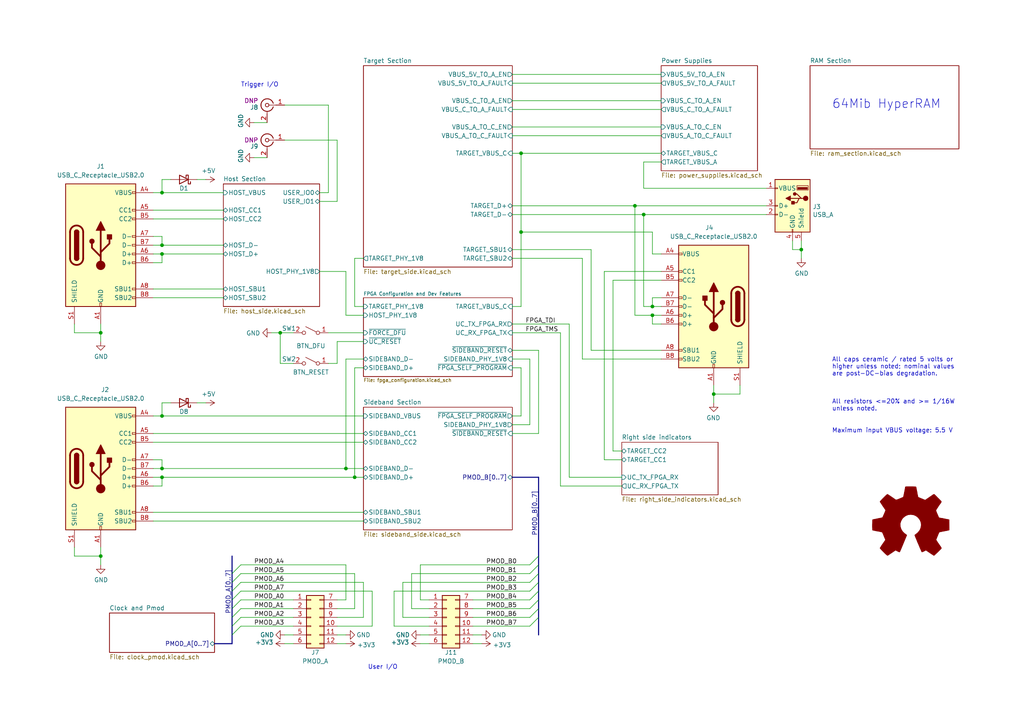
<source format=kicad_sch>
(kicad_sch (version 20211123) (generator eeschema)
  (paper "A4")
  (title_block (title "LUNA USB Multitool") (date "2021-03-10") (rev "r0") (company "Copyright 2019-2021 Great Scott Gadgets") (comment 1 "Katherine J. Temkin") (comment 3 "Licensed under the CERN-OHL-P v2"))
  (lib_symbols
    (symbol "Connector:Conn_Coaxial" (pin_names (offset 1.016) hide)
      (property "Reference" "J" (at 0.254 3.048 0))
      (property "Value" "Conn_Coaxial" (at 2.921 0 90))
      (symbol "Conn_Coaxial_0_1"
        (arc (start -1.778 -0.508) (mid 0.2311 -1.8066) (end 1.778 0) (stroke (width 0.254)))
        (polyline (pts (xy -2.54 0) (xy -0.508 0)))
        (polyline (pts (xy 0 -2.54) (xy 0 -1.778)))
        (circle (center 0 0) (radius 0.508) (stroke (width 0.2032)))
        (arc (start 1.778 0) (mid 0.2099 1.8101) (end -1.778 0.508) (stroke (width 0.254)))
      )
      (symbol "Conn_Coaxial_1_1"
        (pin passive line (at -5.08 0 0) (length 2.54) (name "In") (number "1"))
        (pin passive line (at 0 -5.08 90) (length 2.54) (name "Ext") (number "2"))
      )
    )
    (symbol "Connector:USB_A" (pin_names (offset 1.016))
      (property "Reference" "J" (at -5.08 11.43 0))
      (property "Value" "USB_A" (at -5.08 8.89 0))
      (symbol "USB_A_0_1"
        (rectangle (start -5.08 -7.62) (end 5.08 7.62) (stroke (width 0.254)) (fill (type background)))
        (circle (center -3.81 2.159) (radius 0.635) (stroke (width 0.254)) (fill (type outline)))
        (rectangle (start -1.524 4.826) (end -4.318 5.334) (fill (type outline)))
        (rectangle (start -1.27 4.572) (end -4.572 5.842))
        (circle (center -0.635 3.429) (radius 0.381) (stroke (width 0.254)) (fill (type outline)))
        (rectangle (start -0.127 -7.62) (end 0.127 -6.858))
        (polyline (pts (xy -3.175 2.159) (xy -2.54 2.159) (xy -1.27 3.429) (xy -0.635 3.429)) (stroke (width 0.254)))
        (polyline (pts (xy -2.54 2.159) (xy -1.905 2.159) (xy -1.27 0.889) (xy 0 0.889)) (stroke (width 0.254)))
        (polyline (pts (xy 0.635 2.794) (xy 0.635 1.524) (xy 1.905 2.159) (xy 0.635 2.794)) (stroke (width 0.254)) (fill (type outline)))
        (rectangle (start 0.254 1.27) (end -0.508 0.508) (stroke (width 0.254)) (fill (type outline)))
        (rectangle (start 5.08 -2.667) (end 4.318 -2.413))
        (rectangle (start 5.08 -0.127) (end 4.318 0.127))
        (rectangle (start 5.08 4.953) (end 4.318 5.207))
      )
      (symbol "USB_A_1_1"
        (polyline (pts (xy -1.905 2.159) (xy 0.635 2.159)) (stroke (width 0.254)))
        (pin power_in line (at 7.62 5.08 180) (length 2.54) (name "VBUS") (number "1"))
        (pin bidirectional line (at 7.62 -2.54 180) (length 2.54) (name "D-") (number "2"))
        (pin bidirectional line (at 7.62 0 180) (length 2.54) (name "D+") (number "3"))
        (pin power_in line (at 0 -10.16 90) (length 2.54) (name "GND") (number "4"))
        (pin passive line (at -2.54 -10.16 90) (length 2.54) (name "Shield") (number "5"))
      )
    )
    (symbol "Connector:USB_C_Receptacle_USB2.0" (pin_names (offset 1.016))
      (property "Reference" "J" (at -10.16 19.05 0))
      (property "Value" "USB_C_Receptacle_USB2.0" (at 19.05 19.05 0))
      (symbol "USB_C_Receptacle_USB2.0_0_0"
        (rectangle (start -0.254 -17.78) (end 0.254 -16.764))
        (rectangle (start 10.16 -14.986) (end 9.144 -15.494))
        (rectangle (start 10.16 -12.446) (end 9.144 -12.954))
        (rectangle (start 10.16 -4.826) (end 9.144 -5.334))
        (rectangle (start 10.16 -2.286) (end 9.144 -2.794))
        (rectangle (start 10.16 0.254) (end 9.144 -0.254))
        (rectangle (start 10.16 2.794) (end 9.144 2.286))
        (rectangle (start 10.16 7.874) (end 9.144 7.366))
        (rectangle (start 10.16 10.414) (end 9.144 9.906))
        (rectangle (start 10.16 15.494) (end 9.144 14.986))
      )
      (symbol "USB_C_Receptacle_USB2.0_0_1"
        (rectangle (start -10.16 17.78) (end 10.16 -17.78) (stroke (width 0.254)) (fill (type background)))
        (arc (start -8.89 -3.81) (mid -6.985 -5.715) (end -5.08 -3.81) (stroke (width 0.508)))
        (arc (start -7.62 -3.81) (mid -6.985 -4.445) (end -6.35 -3.81) (stroke (width 0.254)))
        (arc (start -7.62 -3.81) (mid -6.985 -4.445) (end -6.35 -3.81) (stroke (width 0.254)) (fill (type outline)))
        (rectangle (start -7.62 -3.81) (end -6.35 3.81) (stroke (width 0.254)) (fill (type outline)))
        (arc (start -6.35 3.81) (mid -6.985 4.445) (end -7.62 3.81) (stroke (width 0.254)))
        (arc (start -6.35 3.81) (mid -6.985 4.445) (end -7.62 3.81) (stroke (width 0.254)) (fill (type outline)))
        (arc (start -5.08 3.81) (mid -6.985 5.715) (end -8.89 3.81) (stroke (width 0.508)))
        (circle (center -2.54 1.143) (radius 0.635) (stroke (width 0.254)) (fill (type outline)))
        (circle (center 0 -5.842) (radius 1.27) (fill (type outline)))
        (polyline (pts (xy -8.89 -3.81) (xy -8.89 3.81)) (stroke (width 0.508)))
        (polyline (pts (xy -5.08 3.81) (xy -5.08 -3.81)) (stroke (width 0.508)))
        (polyline (pts (xy 0 -5.842) (xy 0 4.318)) (stroke (width 0.508)))
        (polyline (pts (xy 0 -3.302) (xy -2.54 -0.762) (xy -2.54 0.508)) (stroke (width 0.508)))
        (polyline (pts (xy 0 -2.032) (xy 2.54 0.508) (xy 2.54 1.778)) (stroke (width 0.508)))
        (polyline (pts (xy -1.27 4.318) (xy 0 6.858) (xy 1.27 4.318) (xy -1.27 4.318)) (stroke (width 0.254)) (fill (type outline)))
        (rectangle (start 1.905 1.778) (end 3.175 3.048) (stroke (width 0.254)) (fill (type outline)))
      )
      (symbol "USB_C_Receptacle_USB2.0_1_1"
        (pin passive line (at 0 -22.86 90) (length 5.08) (name "GND") (number "A1"))
        (pin passive line (at 0 -22.86 90) (length 5.08) hide (name "GND") (number "A12"))
        (pin passive line (at 15.24 15.24 180) (length 5.08) (name "VBUS") (number "A4"))
        (pin bidirectional line (at 15.24 10.16 180) (length 5.08) (name "CC1") (number "A5"))
        (pin bidirectional line (at 15.24 -2.54 180) (length 5.08) (name "D+") (number "A6"))
        (pin bidirectional line (at 15.24 2.54 180) (length 5.08) (name "D-") (number "A7"))
        (pin bidirectional line (at 15.24 -12.7 180) (length 5.08) (name "SBU1") (number "A8"))
        (pin passive line (at 15.24 15.24 180) (length 5.08) hide (name "VBUS") (number "A9"))
        (pin passive line (at 0 -22.86 90) (length 5.08) hide (name "GND") (number "B1"))
        (pin passive line (at 0 -22.86 90) (length 5.08) hide (name "GND") (number "B12"))
        (pin passive line (at 15.24 15.24 180) (length 5.08) hide (name "VBUS") (number "B4"))
        (pin bidirectional line (at 15.24 7.62 180) (length 5.08) (name "CC2") (number "B5"))
        (pin bidirectional line (at 15.24 -5.08 180) (length 5.08) (name "D+") (number "B6"))
        (pin bidirectional line (at 15.24 0 180) (length 5.08) (name "D-") (number "B7"))
        (pin bidirectional line (at 15.24 -15.24 180) (length 5.08) (name "SBU2") (number "B8"))
        (pin passive line (at 15.24 15.24 180) (length 5.08) hide (name "VBUS") (number "B9"))
        (pin passive line (at -7.62 -22.86 90) (length 5.08) (name "SHIELD") (number "S1"))
      )
    )
    (symbol "Connector_Generic:Conn_02x06_Top_Bottom" (pin_names (offset 1.016) hide)
      (property "Reference" "J" (at 1.27 7.62 0))
      (property "Value" "Conn_02x06_Top_Bottom" (at 1.27 -10.16 0))
      (symbol "Conn_02x06_Top_Bottom_1_1"
        (rectangle (start -1.27 -7.493) (end 0 -7.747) (stroke (width 0.1524)))
        (rectangle (start -1.27 -4.953) (end 0 -5.207) (stroke (width 0.1524)))
        (rectangle (start -1.27 -2.413) (end 0 -2.667) (stroke (width 0.1524)))
        (rectangle (start -1.27 0.127) (end 0 -0.127) (stroke (width 0.1524)))
        (rectangle (start -1.27 2.667) (end 0 2.413) (stroke (width 0.1524)))
        (rectangle (start -1.27 5.207) (end 0 4.953) (stroke (width 0.1524)))
        (rectangle (start -1.27 6.35) (end 3.81 -8.89) (stroke (width 0.254)) (fill (type background)))
        (rectangle (start 3.81 -7.493) (end 2.54 -7.747) (stroke (width 0.1524)))
        (rectangle (start 3.81 -4.953) (end 2.54 -5.207) (stroke (width 0.1524)))
        (rectangle (start 3.81 -2.413) (end 2.54 -2.667) (stroke (width 0.1524)))
        (rectangle (start 3.81 0.127) (end 2.54 -0.127) (stroke (width 0.1524)))
        (rectangle (start 3.81 2.667) (end 2.54 2.413) (stroke (width 0.1524)))
        (rectangle (start 3.81 5.207) (end 2.54 4.953) (stroke (width 0.1524)))
        (pin passive line (at -5.08 5.08 0) (length 3.81) (name "Pin_1") (number "1"))
        (pin passive line (at 7.62 -2.54 180) (length 3.81) (name "Pin_10") (number "10"))
        (pin passive line (at 7.62 -5.08 180) (length 3.81) (name "Pin_11") (number "11"))
        (pin passive line (at 7.62 -7.62 180) (length 3.81) (name "Pin_12") (number "12"))
        (pin passive line (at -5.08 2.54 0) (length 3.81) (name "Pin_2") (number "2"))
        (pin passive line (at -5.08 0 0) (length 3.81) (name "Pin_3") (number "3"))
        (pin passive line (at -5.08 -2.54 0) (length 3.81) (name "Pin_4") (number "4"))
        (pin passive line (at -5.08 -5.08 0) (length 3.81) (name "Pin_5") (number "5"))
        (pin passive line (at -5.08 -7.62 0) (length 3.81) (name "Pin_6") (number "6"))
        (pin passive line (at 7.62 5.08 180) (length 3.81) (name "Pin_7") (number "7"))
        (pin passive line (at 7.62 2.54 180) (length 3.81) (name "Pin_8") (number "8"))
        (pin passive line (at 7.62 0 180) (length 3.81) (name "Pin_9") (number "9"))
      )
    )
    (symbol "Device:D_Schottky" (pin_numbers hide) (pin_names (offset 1.016) hide)
      (property "Reference" "D" (at 0 2.54 0))
      (property "Value" "D_Schottky" (at 0 -2.54 0))
      (symbol "D_Schottky_0_1"
        (polyline (pts (xy 1.27 0) (xy -1.27 0)))
        (polyline (pts (xy 1.27 1.27) (xy 1.27 -1.27) (xy -1.27 0) (xy 1.27 1.27)) (stroke (width 0.254)))
        (polyline (pts (xy -1.905 0.635) (xy -1.905 1.27) (xy -1.27 1.27) (xy -1.27 -1.27) (xy -0.635 -1.27) (xy -0.635 -0.635)) (stroke (width 0.254)))
      )
      (symbol "D_Schottky_1_1"
        (pin passive line (at -3.81 0 0) (length 2.54) (name "K") (number "1"))
        (pin passive line (at 3.81 0 180) (length 2.54) (name "A") (number "2"))
      )
    )
    (symbol "Graphic:Logo_Open_Hardware_Large" (pin_names (offset 1.016))
      (symbol "Logo_Open_Hardware_Large_1_1"
        (polyline (pts (xy 6.731 -8.7122) (xy 6.6294 -8.6614) (xy 6.35 -8.4836) (xy 5.9944 -8.255) (xy 5.5372 -7.9502) (xy 5.1054 -7.6454) (xy 4.7498 -7.4168) (xy 4.4958 -7.239) (xy 4.3942 -7.1882) (xy 4.318 -7.2136) (xy 4.1148 -7.3152) (xy 3.81 -7.4676) (xy 3.6322 -7.5692) (xy 3.3528 -7.6708) (xy 3.2258 -7.6962) (xy 3.2004 -7.6708) (xy 3.0988 -7.4676) (xy 2.9464 -7.0866) (xy 2.7178 -6.604) (xy 2.4892 -6.0452) (xy 2.2352 -5.4356) (xy 1.9558 -4.826) (xy 1.7272 -4.2164) (xy 1.4986 -3.683) (xy 1.3208 -3.2512) (xy 1.2192 -2.9464) (xy 1.1684 -2.8194) (xy 1.1938 -2.794) (xy 1.3208 -2.667) (xy 1.5748 -2.4892) (xy 2.0828 -2.0574) (xy 2.6162 -1.397) (xy 2.921 -0.6604) (xy 3.048 0.1524) (xy 2.9464 0.9144) (xy 2.6416 1.6256) (xy 2.1336 2.286) (xy 1.524 2.7686) (xy 0.8128 3.0734) (xy 0 3.175) (xy -0.762 3.0988) (xy -1.4986 2.794) (xy -2.159 2.286) (xy -2.4384 1.9812) (xy -2.8194 1.3208) (xy -3.048 0.6096) (xy -3.0734 0.4318) (xy -3.0226 -0.3556) (xy -2.794 -1.0922) (xy -2.3876 -1.7526) (xy -1.8288 -2.3114) (xy -1.7526 -2.3622) (xy -1.4732 -2.5654) (xy -1.2954 -2.6924) (xy -1.1684 -2.8194) (xy -2.159 -5.207) (xy -2.3114 -5.588) (xy -2.5908 -6.2484) (xy -2.8194 -6.8072) (xy -3.0226 -7.2644) (xy -3.1496 -7.5692) (xy -3.2258 -7.6708) (xy -3.2258 -7.6962) (xy -3.302 -7.6962) (xy -3.4798 -7.6454) (xy -3.8354 -7.4676) (xy -4.0386 -7.366) (xy -4.2926 -7.239) (xy -4.4196 -7.1882) (xy -4.5212 -7.239) (xy -4.7498 -7.3914) (xy -5.1054 -7.6454) (xy -5.5372 -7.9248) (xy -5.9436 -8.2042) (xy -6.3246 -8.4582) (xy -6.604 -8.636) (xy -6.731 -8.7122) (xy -6.7564 -8.7122) (xy -6.858 -8.636) (xy -7.0866 -8.4582) (xy -7.4168 -8.1534) (xy -7.874 -7.6962) (xy -7.9502 -7.62) (xy -8.3312 -7.239) (xy -8.636 -6.9088) (xy -8.8392 -6.6802) (xy -8.9154 -6.5786) (xy -8.9154 -6.5786) (xy -8.8392 -6.4516) (xy -8.6614 -6.1722) (xy -8.4328 -5.7912) (xy -8.128 -5.3594) (xy -7.3152 -4.191) (xy -7.7724 -3.0988) (xy -7.8994 -2.7686) (xy -8.0772 -2.3622) (xy -8.2042 -2.0828) (xy -8.255 -1.9558) (xy -8.382 -1.905) (xy -8.6614 -1.8542) (xy -9.0932 -1.7526) (xy -9.6266 -1.651) (xy -10.1092 -1.5748) (xy -10.541 -1.4732) (xy -10.8712 -1.4224) (xy -11.0236 -1.397) (xy -11.049 -1.3716) (xy -11.0744 -1.2954) (xy -11.0998 -1.143) (xy -11.0998 -0.889) (xy -11.1252 -0.4572) (xy -11.1252 0.1524) (xy -11.1252 0.2286) (xy -11.0998 0.8128) (xy -11.0998 1.27) (xy -11.0744 1.5494) (xy -11.0744 1.6764) (xy -11.0744 1.6764) (xy -10.922 1.7018) (xy -10.6172 1.778) (xy -10.16 1.8542) (xy -9.652 1.9558) (xy -9.6012 1.9812) (xy -9.0932 2.0828) (xy -8.636 2.159) (xy -8.3312 2.2352) (xy -8.2042 2.286) (xy -8.1788 2.3114) (xy -8.0772 2.5146) (xy -7.9248 2.8448) (xy -7.747 3.2512) (xy -7.5692 3.6576) (xy -7.4168 4.0386) (xy -7.3152 4.318) (xy -7.2898 4.445) (xy -7.2898 4.445) (xy -7.366 4.572) (xy -7.5438 4.826) (xy -7.7978 5.207) (xy -8.128 5.6642) (xy -8.128 5.6896) (xy -8.4328 6.1468) (xy -8.6868 6.5278) (xy -8.8392 6.7818) (xy -8.9154 6.9088) (xy -8.9154 6.9088) (xy -8.8138 7.0358) (xy -8.5852 7.2898) (xy -8.255 7.6454) (xy -7.874 8.0264) (xy -7.747 8.1534) (xy -7.3152 8.5852) (xy -7.0104 8.8646) (xy -6.8326 8.9916) (xy -6.731 9.0424) (xy -6.731 9.0424) (xy -6.604 8.9408) (xy -6.3246 8.763) (xy -5.9436 8.509) (xy -5.4864 8.2042) (xy -5.461 8.1788) (xy -5.0038 7.874) (xy -4.6482 7.62) (xy -4.3688 7.4422) (xy -4.2672 7.3914) (xy -4.2418 7.3914) (xy -4.064 7.4422) (xy -3.7338 7.5438) (xy -3.3528 7.6962) (xy -2.9464 7.874) (xy -2.5654 8.0264) (xy -2.286 8.1534) (xy -2.159 8.2296) (xy -2.159 8.2296) (xy -2.1082 8.382) (xy -2.032 8.7122) (xy -1.9304 9.1694) (xy -1.8288 9.7282) (xy -1.8034 9.8044) (xy -1.7018 10.3378) (xy -1.6256 10.7696) (xy -1.5748 11.0744) (xy -1.524 11.2014) (xy -1.4478 11.2268) (xy -1.1938 11.2522) (xy -0.8128 11.2522) (xy -0.3302 11.2522) (xy 0.1524 11.2522) (xy 0.6604 11.2522) (xy 1.0668 11.2268) (xy 1.3716 11.2014) (xy 1.4986 11.176) (xy 1.4986 11.176) (xy 1.5494 11.0236) (xy 1.6256 10.6934) (xy 1.7018 10.2108) (xy 1.8288 9.6774) (xy 1.8288 9.5758) (xy 1.9304 9.0424) (xy 2.032 8.6106) (xy 2.0828 8.3058) (xy 2.1336 8.2042) (xy 2.159 8.1788) (xy 2.3876 8.0772) (xy 2.7432 7.9248) (xy 3.175 7.747) (xy 4.191 7.3406) (xy 5.461 8.2042) (xy 5.5626 8.2804) (xy 6.0198 8.5852) (xy 6.3754 8.8392) (xy 6.6294 8.9916) (xy 6.7564 9.0424) (xy 6.7564 9.0424) (xy 6.8834 8.9408) (xy 7.1374 8.7122) (xy 7.4676 8.382) (xy 7.8486 7.9756) (xy 8.1534 7.6962) (xy 8.4836 7.3406) (xy 8.7122 7.112) (xy 8.8392 6.9596) (xy 8.8646 6.858) (xy 8.8646 6.8072) (xy 8.7884 6.6802) (xy 8.6106 6.4008) (xy 8.3312 6.0198) (xy 8.0264 5.588) (xy 7.7978 5.207) (xy 7.5184 4.8006) (xy 7.3406 4.4958) (xy 7.2898 4.3434) (xy 7.2898 4.2926) (xy 7.3914 4.0386) (xy 7.5184 3.683) (xy 7.7216 3.2258) (xy 8.1534 2.2352) (xy 8.7884 2.1082) (xy 9.1948 2.0574) (xy 9.7536 1.9304) (xy 10.2616 1.8288) (xy 11.0998 1.6764) (xy 11.1252 -1.3208) (xy 10.9982 -1.3716) (xy 10.8712 -1.397) (xy 10.5664 -1.4732) (xy 10.1346 -1.5494) (xy 9.6266 -1.651) (xy 9.1948 -1.7272) (xy 8.7376 -1.8288) (xy 8.4328 -1.8796) (xy 8.2804 -1.905) (xy 8.255 -1.9558) (xy 8.1534 -2.159) (xy 7.9756 -2.5146) (xy 7.8232 -2.921) (xy 7.6454 -3.3274) (xy 7.493 -3.7338) (xy 7.366 -4.0132) (xy 7.3406 -4.191) (xy 7.3914 -4.2926) (xy 7.5692 -4.5466) (xy 7.7978 -4.9276) (xy 8.1026 -5.3594) (xy 8.4074 -5.7912) (xy 8.6614 -6.1722) (xy 8.8138 -6.4262) (xy 8.89 -6.5532) (xy 8.8646 -6.6548) (xy 8.6868 -6.858) (xy 8.3566 -7.1882) (xy 7.874 -7.6708) (xy 7.7978 -7.747) (xy 7.3914 -8.128) (xy 7.0612 -8.4328) (xy 6.8326 -8.636) (xy 6.731 -8.7122)) (fill (type outline)))
      )
    )
    (symbol "Switch:SW_SPST" (pin_names (offset 0) hide)
      (property "Reference" "SW" (at 0 3.175 0))
      (property "Value" "SW_SPST" (at 0 -2.54 0))
      (symbol "SW_SPST_0_0"
        (circle (center -2.032 0) (radius 0.508))
        (polyline (pts (xy -1.524 0.254) (xy 1.524 1.778)))
        (circle (center 2.032 0) (radius 0.508))
      )
      (symbol "SW_SPST_1_1"
        (pin passive line (at -5.08 0 0) (length 2.54) (name "A") (number "1"))
        (pin passive line (at 5.08 0 180) (length 2.54) (name "B") (number "2"))
      )
    )
    (symbol "power:+3V3" (power) (pin_names (offset 0))
      (property "Value" "+3V3" (at 0 3.556 0))
      (symbol "+3V3_0_1"
        (polyline (pts (xy -0.762 1.27) (xy 0 2.54)))
        (polyline (pts (xy 0 0) (xy 0 2.54)))
        (polyline (pts (xy 0 2.54) (xy 0.762 1.27)))
      )
      (symbol "+3V3_1_1"
        (pin power_in line (at 0 0 90) (length 0) hide (name "+3V3") (number "1"))
      )
    )
    (symbol "power:+5V" (power) (pin_names (offset 0))
      (property "Value" "+5V" (at 0 3.556 0))
      (symbol "+5V_0_1"
        (polyline (pts (xy -0.762 1.27) (xy 0 2.54)))
        (polyline (pts (xy 0 0) (xy 0 2.54)))
        (polyline (pts (xy 0 2.54) (xy 0.762 1.27)))
      )
      (symbol "+5V_1_1"
        (pin power_in line (at 0 0 90) (length 0) hide (name "+5V") (number "1"))
      )
    )
    (symbol "power:GND" (power) (pin_names (offset 0))
      (property "Value" "GND" (at 0 -3.81 0))
      (symbol "GND_0_1"
        (polyline (pts (xy 0 0) (xy 0 -1.27) (xy 1.27 -1.27) (xy 0 -2.54) (xy -1.27 -1.27) (xy 0 -1.27)))
      )
      (symbol "GND_1_1"
        (pin power_in line (at 0 0 270) (length 0) hide (name "GND") (number "1"))
      )
    )
  )
  (junction (at 46.99 138.43))
  (junction (at 81.28 96.52))
  (junction (at 46.99 73.66))
  (junction (at 46.99 135.89))
  (junction (at 151.13 44.45))
  (junction (at 102.87 138.43))
  (junction (at 189.23 91.44))
  (junction (at 184.15 59.69))
  (junction (at 46.99 120.65))
  (junction (at 46.99 71.12))
  (junction (at 29.21 96.52))
  (junction (at 100.33 135.89))
  (junction (at 186.69 62.23))
  (junction (at 29.21 161.29))
  (junction (at 189.23 88.9))
  (junction (at 151.13 67.31))
  (junction (at 46.99 55.88))
  (junction (at 207.01 114.3))
  (junction (at 232.41 72.39))
  (bus_entry (at 156.21 179.07) (size -2.54 2.54))
  (bus_entry (at 156.21 173.99) (size -2.54 2.54))
  (bus_entry (at 67.31 179.07) (size 2.54 -2.54))
  (bus_entry (at 67.31 173.99) (size 2.54 -2.54))
  (bus_entry (at 156.21 176.53) (size -2.54 2.54))
  (bus_entry (at 67.31 168.91) (size 2.54 -2.54))
  (bus_entry (at 67.31 181.61) (size 2.54 -2.54))
  (bus_entry (at 67.31 176.53) (size 2.54 -2.54))
  (bus_entry (at 67.31 171.45) (size 2.54 -2.54))
  (bus_entry (at 67.31 166.37) (size 2.54 -2.54))
  (bus_entry (at 156.21 171.45) (size -2.54 2.54))
  (bus_entry (at 156.21 168.91) (size -2.54 2.54))
  (bus_entry (at 156.21 163.83) (size -2.54 2.54))
  (bus_entry (at 156.21 166.37) (size -2.54 2.54))
  (bus_entry (at 156.21 161.29) (size -2.54 2.54))
  (bus_entry (at 67.31 184.15) (size 2.54 -2.54))
  (wire (pts (xy 85.09 184.15) (xy 82.55 184.15)))
  (wire (pts (xy 107.95 171.45) (xy 69.85 171.45)))
  (wire (pts (xy 124.46 173.99) (xy 121.92 173.99)))
  (wire (pts (xy 95.25 105.41) (xy 97.79 105.41)))
  (wire (pts (xy 151.13 120.65) (xy 151.13 106.68)))
  (wire (pts (xy 148.59 39.37) (xy 191.77 39.37)))
  (wire (pts (xy 229.87 72.39) (xy 232.41 72.39)))
  (wire (pts (xy 85.09 181.61) (xy 69.85 181.61)))
  (bus (pts (xy 156.21 161.29) (xy 156.21 163.83)))
  (wire (pts (xy 44.45 120.65) (xy 46.99 120.65)))
  (wire (pts (xy 44.45 138.43) (xy 46.99 138.43)))
  (wire (pts (xy 177.8 130.81) (xy 180.34 130.81)))
  (wire (pts (xy 191.77 73.66) (xy 189.23 73.66)))
  (wire (pts (xy 162.56 140.97) (xy 180.34 140.97)))
  (wire (pts (xy 119.38 176.53) (xy 119.38 166.37)))
  (wire (pts (xy 151.13 106.68) (xy 148.59 106.68)))
  (bus (pts (xy 156.21 173.99) (xy 156.21 176.53)))
  (wire (pts (xy 148.59 120.65) (xy 151.13 120.65)))
  (wire (pts (xy 64.77 63.5) (xy 44.45 63.5)))
  (wire (pts (xy 100.33 104.14) (xy 100.33 135.89)))
  (bus (pts (xy 62.23 186.69) (xy 67.31 186.69)))
  (bus (pts (xy 67.31 166.37) (xy 67.31 168.91)))
  (wire (pts (xy 82.55 40.64) (xy 97.79 40.64)))
  (wire (pts (xy 151.13 67.31) (xy 151.13 44.45)))
  (bus (pts (xy 67.31 184.15) (xy 67.31 186.69)))
  (wire (pts (xy 100.33 184.15) (xy 97.79 184.15)))
  (wire (pts (xy 191.77 81.28) (xy 177.8 81.28)))
  (wire (pts (xy 148.59 59.69) (xy 184.15 59.69)))
  (wire (pts (xy 153.67 104.14) (xy 153.67 123.19)))
  (wire (pts (xy 175.26 133.35) (xy 175.26 78.74)))
  (wire (pts (xy 153.67 123.19) (xy 148.59 123.19)))
  (wire (pts (xy 46.99 71.12) (xy 44.45 71.12)))
  (wire (pts (xy 44.45 73.66) (xy 46.99 73.66)))
  (wire (pts (xy 69.85 168.91) (xy 105.41 168.91)))
  (wire (pts (xy 105.41 91.44) (xy 100.33 91.44)))
  (wire (pts (xy 97.79 186.69) (xy 100.33 186.69)))
  (bus (pts (xy 156.21 163.83) (xy 156.21 166.37)))
  (bus (pts (xy 156.21 171.45) (xy 156.21 173.99)))
  (wire (pts (xy 29.21 93.98) (xy 29.21 96.52)))
  (bus (pts (xy 67.31 176.53) (xy 67.31 179.07)))
  (wire (pts (xy 156.21 101.6) (xy 148.59 101.6)))
  (wire (pts (xy 59.69 116.84) (xy 57.15 116.84)))
  (bus (pts (xy 148.59 138.43) (xy 156.21 138.43)))
  (wire (pts (xy 180.34 133.35) (xy 175.26 133.35)))
  (wire (pts (xy 229.87 69.85) (xy 229.87 72.39)))
  (wire (pts (xy 69.85 179.07) (xy 85.09 179.07)))
  (wire (pts (xy 184.15 59.69) (xy 184.15 91.44)))
  (wire (pts (xy 49.53 116.84) (xy 46.99 116.84)))
  (wire (pts (xy 73.66 35.56) (xy 77.47 35.56)))
  (wire (pts (xy 107.95 171.45) (xy 107.95 181.61)))
  (wire (pts (xy 64.77 71.12) (xy 46.99 71.12)))
  (wire (pts (xy 100.33 135.89) (xy 105.41 135.89)))
  (wire (pts (xy 21.59 93.98) (xy 21.59 96.52)))
  (wire (pts (xy 148.59 125.73) (xy 156.21 125.73)))
  (wire (pts (xy 102.87 138.43) (xy 105.41 138.43)))
  (wire (pts (xy 124.46 176.53) (xy 119.38 176.53)))
  (wire (pts (xy 119.38 166.37) (xy 153.67 166.37)))
  (wire (pts (xy 191.77 104.14) (xy 168.91 104.14)))
  (wire (pts (xy 186.69 88.9) (xy 189.23 88.9)))
  (wire (pts (xy 92.71 78.74) (xy 100.33 78.74)))
  (wire (pts (xy 186.69 54.61) (xy 222.25 54.61)))
  (wire (pts (xy 97.79 105.41) (xy 97.79 99.06)))
  (wire (pts (xy 162.56 96.52) (xy 148.59 96.52)))
  (wire (pts (xy 69.85 163.83) (xy 100.33 163.83)))
  (bus (pts (xy 67.31 179.07) (xy 67.31 181.61)))
  (bus (pts (xy 67.31 161.29) (xy 67.31 166.37)))
  (bus (pts (xy 67.31 168.91) (xy 67.31 171.45)))
  (wire (pts (xy 165.1 93.98) (xy 165.1 138.43)))
  (wire (pts (xy 49.53 52.07) (xy 46.99 52.07)))
  (wire (pts (xy 153.67 179.07) (xy 137.16 179.07)))
  (wire (pts (xy 100.33 163.83) (xy 100.33 173.99)))
  (wire (pts (xy 191.77 36.83) (xy 148.59 36.83)))
  (wire (pts (xy 46.99 55.88) (xy 44.45 55.88)))
  (wire (pts (xy 97.79 40.64) (xy 97.79 58.42)))
  (wire (pts (xy 46.99 120.65) (xy 105.41 120.65)))
  (wire (pts (xy 46.99 76.2) (xy 46.99 73.66)))
  (wire (pts (xy 232.41 74.93) (xy 232.41 72.39)))
  (wire (pts (xy 59.69 52.07) (xy 57.15 52.07)))
  (wire (pts (xy 153.67 171.45) (xy 114.3 171.45)))
  (wire (pts (xy 168.91 104.14) (xy 168.91 74.93)))
  (wire (pts (xy 207.01 116.84) (xy 207.01 114.3)))
  (wire (pts (xy 114.3 171.45) (xy 114.3 181.61)))
  (wire (pts (xy 116.84 179.07) (xy 116.84 168.91)))
  (wire (pts (xy 46.99 68.58) (xy 46.99 71.12)))
  (wire (pts (xy 102.87 166.37) (xy 69.85 166.37)))
  (wire (pts (xy 189.23 67.31) (xy 151.13 67.31)))
  (wire (pts (xy 44.45 148.59) (xy 105.41 148.59)))
  (wire (pts (xy 191.77 88.9) (xy 189.23 88.9)))
  (wire (pts (xy 184.15 91.44) (xy 189.23 91.44)))
  (wire (pts (xy 102.87 138.43) (xy 102.87 106.68)))
  (bus (pts (xy 67.31 181.61) (xy 67.31 184.15)))
  (wire (pts (xy 162.56 140.97) (xy 162.56 96.52)))
  (wire (pts (xy 102.87 88.9) (xy 105.41 88.9)))
  (wire (pts (xy 81.28 105.41) (xy 85.09 105.41)))
  (wire (pts (xy 186.69 62.23) (xy 148.59 62.23)))
  (wire (pts (xy 105.41 96.52) (xy 95.25 96.52)))
  (wire (pts (xy 85.09 176.53) (xy 69.85 176.53)))
  (wire (pts (xy 171.45 101.6) (xy 191.77 101.6)))
  (wire (pts (xy 207.01 114.3) (xy 207.01 111.76)))
  (wire (pts (xy 165.1 138.43) (xy 180.34 138.43)))
  (wire (pts (xy 46.99 138.43) (xy 102.87 138.43)))
  (wire (pts (xy 232.41 72.39) (xy 232.41 69.85)))
  (wire (pts (xy 189.23 73.66) (xy 189.23 67.31)))
  (wire (pts (xy 29.21 161.29) (xy 21.59 161.29)))
  (wire (pts (xy 102.87 106.68) (xy 105.41 106.68)))
  (bus (pts (xy 67.31 171.45) (xy 67.31 173.99)))
  (wire (pts (xy 148.59 104.14) (xy 153.67 104.14)))
  (wire (pts (xy 100.33 78.74) (xy 100.33 91.44)))
  (wire (pts (xy 46.99 135.89) (xy 100.33 135.89)))
  (wire (pts (xy 168.91 74.93) (xy 148.59 74.93)))
  (wire (pts (xy 100.33 173.99) (xy 97.79 173.99)))
  (wire (pts (xy 97.79 99.06) (xy 105.41 99.06)))
  (wire (pts (xy 148.59 93.98) (xy 165.1 93.98)))
  (wire (pts (xy 29.21 163.83) (xy 29.21 161.29)))
  (wire (pts (xy 139.7 186.69) (xy 137.16 186.69)))
  (wire (pts (xy 64.77 55.88) (xy 46.99 55.88)))
  (wire (pts (xy 139.7 184.15) (xy 137.16 184.15)))
  (wire (pts (xy 153.67 173.99) (xy 137.16 173.99)))
  (bus (pts (xy 156.21 179.07) (xy 156.21 184.15)))
  (bus (pts (xy 156.21 166.37) (xy 156.21 168.91)))
  (wire (pts (xy 105.41 168.91) (xy 105.41 179.07)))
  (wire (pts (xy 124.46 186.69) (xy 121.92 186.69)))
  (wire (pts (xy 124.46 179.07) (xy 116.84 179.07)))
  (wire (pts (xy 105.41 151.13) (xy 44.45 151.13)))
  (wire (pts (xy 148.59 72.39) (xy 171.45 72.39)))
  (wire (pts (xy 186.69 54.61) (xy 186.69 46.99)))
  (wire (pts (xy 156.21 125.73) (xy 156.21 101.6)))
  (bus (pts (xy 156.21 168.91) (xy 156.21 171.45)))
  (wire (pts (xy 82.55 186.69) (xy 85.09 186.69)))
  (bus (pts (xy 67.31 173.99) (xy 67.31 176.53)))
  (wire (pts (xy 151.13 44.45) (xy 191.77 44.45)))
  (wire (pts (xy 46.99 133.35) (xy 46.99 135.89)))
  (wire (pts (xy 148.59 24.13) (xy 191.77 24.13)))
  (wire (pts (xy 191.77 91.44) (xy 189.23 91.44)))
  (wire (pts (xy 116.84 168.91) (xy 153.67 168.91)))
  (wire (pts (xy 97.79 181.61) (xy 107.95 181.61)))
  (wire (pts (xy 44.45 68.58) (xy 46.99 68.58)))
  (wire (pts (xy 137.16 181.61) (xy 153.67 181.61)))
  (wire (pts (xy 44.45 135.89) (xy 46.99 135.89)))
  (wire (pts (xy 151.13 88.9) (xy 148.59 88.9)))
  (wire (pts (xy 92.71 55.88) (xy 95.25 55.88)))
  (wire (pts (xy 114.3 181.61) (xy 124.46 181.61)))
  (wire (pts (xy 175.26 78.74) (xy 191.77 78.74)))
  (wire (pts (xy 95.25 55.88) (xy 95.25 30.48)))
  (wire (pts (xy 102.87 176.53) (xy 102.87 166.37)))
  (wire (pts (xy 97.79 176.53) (xy 102.87 176.53)))
  (wire (pts (xy 207.01 114.3) (xy 214.63 114.3)))
  (wire (pts (xy 102.87 88.9) (xy 102.87 74.93)))
  (wire (pts (xy 95.25 30.48) (xy 82.55 30.48)))
  (wire (pts (xy 177.8 81.28) (xy 177.8 130.81)))
  (wire (pts (xy 69.85 173.99) (xy 85.09 173.99)))
  (wire (pts (xy 186.69 46.99) (xy 191.77 46.99)))
  (wire (pts (xy 44.45 60.96) (xy 64.77 60.96)))
  (wire (pts (xy 191.77 21.59) (xy 148.59 21.59)))
  (wire (pts (xy 64.77 86.36) (xy 44.45 86.36)))
  (wire (pts (xy 189.23 91.44) (xy 189.23 93.98)))
  (wire (pts (xy 29.21 161.29) (xy 29.21 158.75)))
  (wire (pts (xy 222.25 59.69) (xy 184.15 59.69)))
  (wire (pts (xy 124.46 184.15) (xy 121.92 184.15)))
  (wire (pts (xy 46.99 140.97) (xy 44.45 140.97)))
  (wire (pts (xy 189.23 88.9) (xy 189.23 86.36)))
  (wire (pts (xy 148.59 31.75) (xy 191.77 31.75)))
  (wire (pts (xy 46.99 52.07) (xy 46.99 55.88)))
  (wire (pts (xy 46.99 138.43) (xy 46.99 140.97)))
  (wire (pts (xy 21.59 96.52) (xy 29.21 96.52)))
  (wire (pts (xy 44.45 76.2) (xy 46.99 76.2)))
  (wire (pts (xy 44.45 128.27) (xy 105.41 128.27)))
  (wire (pts (xy 46.99 73.66) (xy 64.77 73.66)))
  (wire (pts (xy 105.41 104.14) (xy 100.33 104.14)))
  (wire (pts (xy 81.28 96.52) (xy 81.28 105.41)))
  (wire (pts (xy 46.99 116.84) (xy 46.99 120.65)))
  (wire (pts (xy 44.45 133.35) (xy 46.99 133.35)))
  (wire (pts (xy 105.41 179.07) (xy 97.79 179.07)))
  (bus (pts (xy 156.21 138.43) (xy 156.21 161.29)))
  (wire (pts (xy 121.92 163.83) (xy 153.67 163.83)))
  (wire (pts (xy 21.59 161.29) (xy 21.59 158.75)))
  (wire (pts (xy 121.92 173.99) (xy 121.92 163.83)))
  (wire (pts (xy 102.87 74.93) (xy 105.41 74.93)))
  (wire (pts (xy 151.13 88.9) (xy 151.13 67.31)))
  (wire (pts (xy 73.66 45.72) (xy 77.47 45.72)))
  (wire (pts (xy 222.25 62.23) (xy 186.69 62.23)))
  (wire (pts (xy 81.28 96.52) (xy 85.09 96.52)))
  (wire (pts (xy 191.77 29.21) (xy 148.59 29.21)))
  (bus (pts (xy 156.21 176.53) (xy 156.21 179.07)))
  (wire (pts (xy 214.63 114.3) (xy 214.63 111.76)))
  (wire (pts (xy 44.45 83.82) (xy 64.77 83.82)))
  (wire (pts (xy 137.16 176.53) (xy 153.67 176.53)))
  (wire (pts (xy 189.23 93.98) (xy 191.77 93.98)))
  (wire (pts (xy 97.79 58.42) (xy 92.71 58.42)))
  (wire (pts (xy 171.45 72.39) (xy 171.45 101.6)))
  (wire (pts (xy 148.59 44.45) (xy 151.13 44.45)))
  (wire (pts (xy 44.45 125.73) (xy 105.41 125.73)))
  (wire (pts (xy 189.23 86.36) (xy 191.77 86.36)))
  (wire (pts (xy 78.74 96.52) (xy 81.28 96.52)))
  (wire (pts (xy 29.21 96.52) (xy 29.21 99.06)))
  (wire (pts (xy 186.69 62.23) (xy 186.69 88.9)))
  (text "User I/O" (at 106.68 194.31 0) (effects (font (size 1.27 1.27)) (justify left bottom)))
  (text "All caps ceramic / rated 5 volts or\nhigher unless noted; nominal values\nare post-DC-bias degradation." (at 241.3 109.22 0) (effects (font (size 1.27 1.27)) (justify left bottom)))
  (text "Trigger I/O" (at 69.85 25.4 0) (effects (font (size 1.27 1.27)) (justify left bottom)))
  (text "All resistors <=20% and >= 1/16W\nunless noted." (at 241.3 119.38 0) (effects (font (size 1.27 1.27)) (justify left bottom)))
  (text "64Mib HyperRAM" (at 241.3 31.75 0) (effects (font (size 2.54 2.54)) (justify left bottom)))
  (text "Maximum input VBUS voltage: 5.5 V" (at 241.3 125.73 0) (effects (font (size 1.27 1.27)) (justify left bottom)))
  (label "PMOD_A6" (at 73.66 168.91 0))
  (label "PMOD_B6" (at 140.97 179.07 0))
  (label "PMOD_A7" (at 73.66 171.45 0))
  (label "FPGA_TMS" (at 152.4 96.52 0))
  (label "PMOD_B0" (at 140.97 163.83 0))
  (label "PMOD_B5" (at 140.97 176.53 0))
  (label "PMOD_B7" (at 140.97 181.61 0))
  (label "PMOD_A2" (at 73.66 179.07 0))
  (label "PMOD_B1" (at 140.97 166.37 0))
  (label "PMOD_B4" (at 140.97 173.99 0))
  (label "PMOD_A1" (at 73.66 176.53 0))
  (label "PMOD_A0" (at 73.66 173.99 0))
  (label "PMOD_A3" (at 73.66 181.61 0))
  (label "PMOD_A4" (at 73.66 163.83 0))
  (label "PMOD_B3" (at 140.97 171.45 0))
  (label "PMOD_A[0..7]" (at 67.31 165.1 270))
  (label "PMOD_B2" (at 140.97 168.91 0))
  (label "FPGA_TDI" (at 152.4 93.98 0))
  (label "PMOD_B[0..7]" (at 156.21 142.24 270))
  (label "PMOD_A5" (at 73.66 166.37 0))
  (symbol (lib_id "Device:D_Schottky") (at 53.34 116.84 180) (unit 1)
    (property "Reference" "D8" (at 53.34 119.38 0))
    (property "Value" "PMEG3050EP,115" (effects hide))
    (property "Footprint" "luna:SOD128" (effects hide))
    (property "Manufacturer" "Nexperia" (effects hide))
    (property "Part Number" "PMEG3050EP,115" (effects hide))
    (property "Description" "DIODE SCHOTTKY 30V 5A SOD128" (effects hide))
  )
  (symbol (lib_id "power:+5V") (at 59.69 116.84 270) (unit 1)
    (property "Reference" "#PWR05" (effects hide))
    (property "Value" "+5V" (at 58.42 114.3 90) (effects (justify left)))
  )
  (symbol (lib_id "power:GND") (at 29.21 99.06 0) (unit 1)
    (property "Reference" "#PWR01" (effects hide))
    (property "Value" "GND" (at 29.3116 103.4288 0))
  )
  (symbol (lib_id "power:GND") (at 207.01 116.84 0) (mirror y) (unit 1)
    (property "Reference" "#PWR09" (effects hide))
    (property "Value" "GND" (at 206.9084 121.2088 0))
  )
  (symbol (lib_id "Connector:USB_A") (at 229.87 59.69 0) (mirror y) (unit 1)
    (property "Reference" "J3" (at 235.6866 59.9694 0) (effects (justify right)))
    (property "Value" "USB_A" (at 235.6866 62.2554 0) (effects (justify right)))
    (property "Footprint" "luna:USB_A_Kycon_KUSBXHT-SB-AS1N-B30-NF_Horizontal" (effects hide))
    (property "Datasheet" " ~" (effects hide))
    (property "Description" "USB A TYPE RECEPTACLE, SHORT BODY" (effects hide))
    (property "Manufacturer" "Jing Extension of the Electronic Co." (effects hide))
    (property "Part Number" "C42411" (effects hide))
    (property "Substitution" "Kycon KUSBXHT-SB-AS1N-B30-NF, Tensility 54-00015, GCT USB1125-GF-B" (effects hide))
  )
  (symbol (lib_id "power:GND") (at 232.41 74.93 0) (unit 1)
    (property "Reference" "#PWR08" (effects hide))
    (property "Value" "GND" (at 232.5116 79.2988 0))
  )
  (symbol (lib_id "Device:D_Schottky") (at 53.34 52.07 180) (unit 1)
    (property "Reference" "D1" (at 53.34 54.61 0))
    (property "Value" "PMEG3050EP,115" (effects hide))
    (property "Footprint" "luna:SOD128" (effects hide))
    (property "Manufacturer" "Nexperia" (effects hide))
    (property "Part Number" "PMEG3050EP,115" (effects hide))
    (property "Description" "DIODE SCHOTTKY 30V 5A SOD128" (effects hide))
  )
  (symbol (lib_id "Switch:SW_SPST") (at 90.17 96.52 0) (mirror y) (unit 1)
    (property "Reference" "SW1" (at 83.82 95.25 0))
    (property "Value" "BTN_DFU" (at 90.17 100.33 0))
    (property "Footprint" "luna:SW_Tactile_SPST_Angled_TC-1109DE-B-F" (effects hide))
    (property "Description" "SWITCH TACTILE SPST-NO 0.05A 12V" (effects hide))
    (property "Manufacturer" "XKB" (effects hide))
    (property "Part Number" "TC-1109DE-B-F" (effects hide))
  )
  (symbol (lib_id "power:GND") (at 82.55 184.15 270) (unit 1)
    (property "Reference" "#PWR0110" (effects hide))
    (property "Value" "GND" (at 77.47 184.15 90))
  )
  (symbol (lib_id "Switch:SW_SPST") (at 90.17 105.41 0) (mirror y) (unit 1)
    (property "Reference" "SW2" (at 83.82 104.14 0))
    (property "Value" "BTN_RESET" (at 90.17 107.95 0))
    (property "Footprint" "luna:SW_Tactile_SPST_Angled_TC-1109DE-B-F" (effects hide))
    (property "Description" "SWITCH TACTILE SPST-NO 0.05A 12V" (effects hide))
    (property "Manufacturer" "XKB" (effects hide))
    (property "Part Number" "TC-1109DE-B-F" (effects hide))
  )
  (symbol (lib_id "power:+5V") (at 59.69 52.07 270) (unit 1)
    (property "Reference" "#PWR0113" (effects hide))
    (property "Value" "+5V" (at 58.42 49.53 90) (effects (justify left)))
  )
  (symbol (lib_id "power:GND") (at 78.74 96.52 270) (unit 1)
    (property "Reference" "#PWR0102" (effects hide))
    (property "Value" "GND" (at 75.4888 96.6216 90) (effects (justify right)))
  )
  (symbol (lib_id "Graphic:Logo_Open_Hardware_Large") (at 264.16 152.4 0) (unit 1)
    (property "Reference" "#LOGO1" (effects hide))
    (property "Value" "Logo_Open_Hardware_Large" (effects hide))
  )
  (symbol (lib_id "Connector:USB_C_Receptacle_USB2.0") (at 29.21 71.12 0) (unit 1)
    (property "Reference" "J1" (at 29.21 48.26 0))
    (property "Value" "USB_C_Receptacle_USB2.0" (at 29.21 50.8 0))
    (property "Footprint" "luna:USB_C_Receptacle_HRO_TYPE-C-31-M-12" (effects hide))
    (property "Description" "CONN RCPT USB2.0 TYPE-C 16POS" (effects hide))
    (property "Manufacturer" "XKB" (effects hide))
    (property "Part Number" "U262-161N-4BVC11" (effects hide))
    (property "Substitution" "HRO TYPE-C-31-M-12, GCT USB4105-GF-A, Cvilux USA CU3216SASDLR009-NH" (effects hide))
  )
  (symbol (lib_id "Connector:USB_C_Receptacle_USB2.0") (at 207.01 88.9 0) (mirror y) (unit 1)
    (property "Reference" "J4" (at 205.74 66.04 0))
    (property "Value" "USB_C_Receptacle_USB2.0" (at 207.01 68.58 0))
    (property "Footprint" "luna:USB_C_Receptacle_HRO_TYPE-C-31-M-12" (effects hide))
    (property "Description" "CONN RCPT USB2.0 TYPE-C 16POS" (effects hide))
    (property "Manufacturer" "XKB" (effects hide))
    (property "Part Number" "U262-161N-4BVC11" (effects hide))
    (property "Substitution" "HRO TYPE-C-31-M-12, GCT USB4105-GF-A, Cvilux USA CU3216SASDLR009-NH" (effects hide))
  )
  (symbol (lib_id "Connector:USB_C_Receptacle_USB2.0") (at 29.21 135.89 0) (unit 1)
    (property "Reference" "J2" (at 30.48 113.03 0))
    (property "Value" "USB_C_Receptacle_USB2.0" (at 29.21 115.57 0))
    (property "Footprint" "luna:USB_C_Receptacle_HRO_TYPE-C-31-M-12" (effects hide))
    (property "Description" "CONN RCPT USB2.0 TYPE-C 16POS" (effects hide))
    (property "Manufacturer" "XKB" (effects hide))
    (property "Part Number" "U262-161N-4BVC11" (effects hide))
    (property "Substitution" "HRO TYPE-C-31-M-12, GCT USB4105-GF-A, Cvilux USA CU3216SASDLR009-NH" (effects hide))
  )
  (symbol (lib_id "power:GND") (at 29.21 163.83 0) (unit 1)
    (property "Reference" "#PWR0125" (effects hide))
    (property "Value" "GND" (at 29.3116 168.1988 0))
  )
  (symbol (lib_id "Connector:Conn_Coaxial") (at 77.47 30.48 0) (mirror y) (unit 1)
    (property "Reference" "J8" (at 74.93 31.1404 0) (effects (justify left)))
    (property "Value" "Conn_Coaxial" (effects hide))
    (property "Footprint" "luna:SMA-EDGE" (effects hide))
    (property "Datasheet" " ~" (effects hide))
    (property "Note" "DNP" (at 74.93 29.21 0) (effects (justify left)))
  )
  (symbol (lib_id "power:GND") (at 73.66 45.72 270) (mirror x) (unit 1)
    (property "Reference" "#PWR0104" (effects hide))
    (property "Value" "GND" (at 69.85 43.18 0) (effects (justify right)))
  )
  (symbol (lib_id "power:GND") (at 73.66 35.56 270) (mirror x) (unit 1)
    (property "Reference" "#PWR0106" (effects hide))
    (property "Value" "GND" (at 69.85 33.02 0) (effects (justify right)))
  )
  (symbol (lib_id "Connector:Conn_Coaxial") (at 77.47 40.64 0) (mirror y) (unit 1)
    (property "Reference" "J9" (at 74.9554 42.4434 0) (effects (justify left)))
    (property "Value" "Conn_Coaxial" (effects hide))
    (property "Footprint" "luna:SMA-EDGE" (effects hide))
    (property "Datasheet" " ~" (effects hide))
    (property "Note" "DNP" (at 74.93 40.64 0) (effects (justify left)))
  )
  (symbol (lib_id "Connector_Generic:Conn_02x06_Top_Bottom") (at 129.54 179.07 0) (unit 1)
    (property "Reference" "J11" (at 130.81 189.23 0))
    (property "Value" "PMOD_B" (at 130.81 191.77 0))
    (property "Footprint" "luna:PinSocket_2x06_P2.54mm_PMOD" (effects hide))
    (property "Part Number" "PPPC062LJBN-RC" (effects hide))
    (property "Manufacturer" "Sullins Connector Solutions" (effects hide))
    (property "Description" "CONN HDR 12POS 0.1 GOLD PCB R/A" (effects hide))
  )
  (symbol (lib_id "power:+3V3") (at 121.92 186.69 90) (unit 1)
    (property "Reference" "#PWR0123" (effects hide))
    (property "Value" "+3V3" (at 118.6688 186.309 90) (effects (justify left)))
  )
  (symbol (lib_id "power:+3V3") (at 139.7 186.69 270) (unit 1)
    (property "Reference" "#PWR0130" (effects hide))
    (property "Value" "+3V3" (at 142.9512 187.071 90) (effects (justify left)))
  )
  (symbol (lib_id "power:GND") (at 121.92 184.15 270) (unit 1)
    (property "Reference" "#PWR0132" (effects hide))
    (property "Value" "GND" (at 116.84 184.15 90))
  )
  (symbol (lib_id "power:GND") (at 139.7 184.15 90) (unit 1)
    (property "Reference" "#PWR0134" (effects hide))
    (property "Value" "GND" (at 144.78 184.15 90))
  )
  (symbol (lib_id "Connector_Generic:Conn_02x06_Top_Bottom") (at 90.17 179.07 0) (unit 1)
    (property "Reference" "J7" (at 91.44 189.23 0))
    (property "Value" "PMOD_A" (at 91.44 191.77 0))
    (property "Footprint" "luna:PinSocket_2x06_P2.54mm_PMOD" (effects hide))
    (property "Part Number" "PPPC062LJBN-RC" (effects hide))
    (property "Manufacturer" "Sullins Connector Solutions" (effects hide))
    (property "Description" "CONN HDR 12POS 0.1 GOLD PCB R/A" (effects hide))
  )
  (symbol (lib_id "power:+3V3") (at 82.55 186.69 90) (unit 1)
    (property "Reference" "#PWR0120" (effects hide))
    (property "Value" "+3V3" (at 79.2988 186.309 90) (effects (justify left)))
  )
  (symbol (lib_id "power:+3V3") (at 100.33 186.69 270) (unit 1)
    (property "Reference" "#PWR0121" (effects hide))
    (property "Value" "+3V3" (at 103.5812 187.071 90) (effects (justify left)))
  )
  (symbol (lib_id "power:GND") (at 100.33 184.15 90) (unit 1)
    (property "Reference" "#PWR0111" (effects hide))
    (property "Value" "GND" (at 105.41 184.15 90))
  )
  (sheet (at 191.77 19.05) (size 27.94 30.48)
    (property "Sheet name" "Power Supplies" (at 191.77 18.3384 0) (effects (justify left bottom)))
    (property "Sheet file" "power_supplies.kicad_sch" (at 191.77 50.1146 0) (effects (justify left top)))
    (pin "VBUS_A_TO_C_FAULT" output (at 191.77 39.37 180))
    (pin "TARGET_VBUS_A" output (at 191.77 46.99 180))
    (pin "TARGET_VBUS_C" bidirectional (at 191.77 44.45 180))
    (pin "VBUS_A_TO_C_EN" input (at 191.77 36.83 180))
    (pin "VBUS_C_TO_A_FAULT" output (at 191.77 31.75 180))
    (pin "VBUS_C_TO_A_EN" input (at 191.77 29.21 180))
    (pin "VBUS_5V_TO_A_FAULT" output (at 191.77 24.13 180))
    (pin "VBUS_5V_TO_A_EN" input (at 191.77 21.59 180))
  )
  (sheet (at 105.41 86.36) (size 43.18 22.86)
    (property "Sheet name" "FPGA Configuration and Dev Features" (at 105.41 85.7881 0) (effects (font (size 0.9906 0.9906)) (justify left bottom)))
    (property "Sheet file" "fpga_configuration.kicad_sch" (at 105.41 109.6928 0) (effects (font (size 0.9906 0.9906)) (justify left top)))
    (pin "SIDEBAND_D-" bidirectional (at 105.41 104.14 180))
    (pin "SIDEBAND_D+" bidirectional (at 105.41 106.68 180))
    (pin "SIDEBAND_PHY_1V8" input (at 148.59 104.14 0))
    (pin "HOST_PHY_1V8" input (at 105.41 91.44 180))
    (pin "TARGET_PHY_1V8" input (at 105.41 88.9 180))
    (pin "UC_TX_FPGA_RX" output (at 148.59 93.98 0))
    (pin "UC_RX_FPGA_TX" input (at 148.59 96.52 0))
    (pin "~{FPGA_SELF_PROGRAM}" input (at 148.59 106.68 0))
    (pin "TARGET_VBUS_C" input (at 148.59 88.9 0))
    (pin "~{UC_RESET}" input (at 105.41 99.06 180))
    (pin "~{FORCE_DFU}" input (at 105.41 96.52 180))
    (pin "~{SIDEBAND_RESET}" bidirectional (at 148.59 101.6 0))
  )
  (sheet (at 105.41 118.11) (size 43.18 35.56)
    (property "Sheet name" "Sideband Section" (at 105.41 117.3984 0) (effects (justify left bottom)))
    (property "Sheet file" "sideband_side.kicad_sch" (at 105.41 154.2546 0) (effects (justify left top)))
    (pin "SIDEBAND_PHY_1V8" output (at 148.59 123.19 0))
    (pin "SIDEBAND_VBUS" input (at 105.41 120.65 180))
    (pin "SIDEBAND_D-" bidirectional (at 105.41 135.89 180))
    (pin "SIDEBAND_D+" bidirectional (at 105.41 138.43 180))
    (pin "~{FPGA_SELF_PROGRAM}" output (at 148.59 120.65 0))
    (pin "SIDEBAND_CC1" bidirectional (at 105.41 125.73 180))
    (pin "SIDEBAND_CC2" bidirectional (at 105.41 128.27 180))
    (pin "SIDEBAND_SBU2" bidirectional (at 105.41 151.13 180))
    (pin "SIDEBAND_SBU1" bidirectional (at 105.41 148.59 180))
    (pin "PMOD_B[0..7]" bidirectional (at 148.59 138.43 0))
    (pin "~{SIDEBAND_RESET}" input (at 148.59 125.73 0))
  )
  (sheet (at 64.77 53.34) (size 27.94 35.56)
    (property "Sheet name" "Host Section" (at 64.77 52.6284 0) (effects (justify left bottom)))
    (property "Sheet file" "host_side.kicad_sch" (at 64.77 89.4846 0) (effects (justify left top)))
    (pin "HOST_D+" bidirectional (at 64.77 73.66 180))
    (pin "HOST_D-" bidirectional (at 64.77 71.12 180))
    (pin "HOST_VBUS" input (at 64.77 55.88 180))
    (pin "HOST_PHY_1V8" output (at 92.71 78.74 0))
    (pin "HOST_CC1" bidirectional (at 64.77 60.96 180))
    (pin "HOST_CC2" bidirectional (at 64.77 63.5 180))
    (pin "HOST_SBU1" bidirectional (at 64.77 83.82 180))
    (pin "HOST_SBU2" bidirectional (at 64.77 86.36 180))
    (pin "USER_IO0" bidirectional (at 92.71 55.88 0))
    (pin "USER_IO1" bidirectional (at 92.71 58.42 0))
  )
  (sheet (at 105.41 19.05) (size 43.18 58.42)
    (property "Sheet name" "Target Section" (at 105.41 18.3384 0) (effects (justify left bottom)))
    (property "Sheet file" "target_side.kicad_sch" (at 105.41 78.0546 0) (effects (justify left top)))
    (pin "TARGET_D+" bidirectional (at 148.59 59.69 0))
    (pin "TARGET_D-" bidirectional (at 148.59 62.23 0))
    (pin "TARGET_PHY_1V8" output (at 105.41 74.93 180))
    (pin "TARGET_SBU1" bidirectional (at 148.59 72.39 0))
    (pin "TARGET_SBU2" bidirectional (at 148.59 74.93 0))
    (pin "VBUS_C_TO_A_FAULT" input (at 148.59 31.75 0))
    (pin "VBUS_5V_TO_A_FAULT" input (at 148.59 24.13 0))
    (pin "TARGET_VBUS_C" input (at 148.59 44.45 0))
    (pin "VBUS_A_TO_C_FAULT" input (at 148.59 39.37 0))
    (pin "VBUS_5V_TO_A_EN" output (at 148.59 21.59 0))
    (pin "VBUS_A_TO_C_EN" output (at 148.59 36.83 0))
    (pin "VBUS_C_TO_A_EN" output (at 148.59 29.21 0))
  )
  (sheet (at 234.95 19.05) (size 43.18 24.13)
    (property "Sheet name" "RAM Section" (at 234.95 18.3384 0) (effects (justify left bottom)))
    (property "Sheet file" "ram_section.kicad_sch" (at 234.95 43.7646 0) (effects (justify left top)))
  )
  (sheet (at 180.34 128.27) (size 27.94 15.24)
    (property "Sheet name" "Right side indicators" (at 180.34 127.5584 0) (effects (justify left bottom)))
    (property "Sheet file" "right_side_indicators.kicad_sch" (at 180.34 144.0946 0) (effects (justify left top)))
    (pin "UC_RX_FPGA_TX" output (at 180.34 140.97 180))
    (pin "UC_TX_FPGA_RX" input (at 180.34 138.43 180))
    (pin "TARGET_CC2" bidirectional (at 180.34 130.81 180))
    (pin "TARGET_CC1" bidirectional (at 180.34 133.35 180))
  )
  (sheet (at 31.75 177.8) (size 30.48 11.43)
    (property "Sheet name" "Clock and Pmod" (at 31.75 177.0884 0) (effects (justify left bottom)))
    (property "Sheet file" "clock_pmod.kicad_sch" (at 31.75 189.8146 0) (effects (justify left top)))
    (pin "PMOD_A[0..7]" bidirectional (at 62.23 186.69 0))
  )
)
</source>
